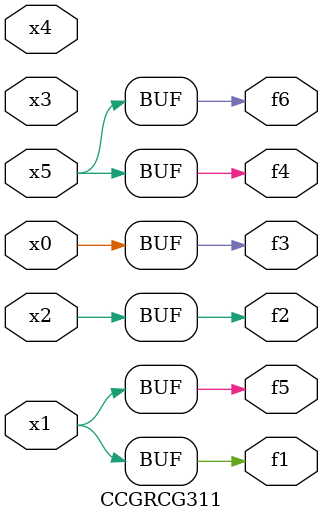
<source format=v>
module CCGRCG311(
	input x0, x1, x2, x3, x4, x5,
	output f1, f2, f3, f4, f5, f6
);
	assign f1 = x1;
	assign f2 = x2;
	assign f3 = x0;
	assign f4 = x5;
	assign f5 = x1;
	assign f6 = x5;
endmodule

</source>
